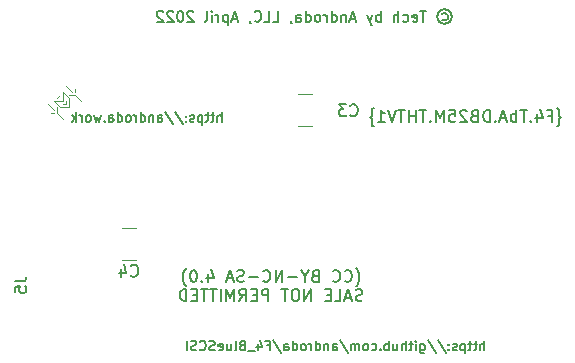
<source format=gbr>
%TF.GenerationSoftware,KiCad,Pcbnew,(6.0.2)*%
%TF.CreationDate,2022-04-06T14:17:41-06:00*%
%TF.ProjectId,DB25m_F4_THTV1,44423235-6d5f-4463-945f-54485456312e,rev?*%
%TF.SameCoordinates,Original*%
%TF.FileFunction,Legend,Bot*%
%TF.FilePolarity,Positive*%
%FSLAX46Y46*%
G04 Gerber Fmt 4.6, Leading zero omitted, Abs format (unit mm)*
G04 Created by KiCad (PCBNEW (6.0.2)) date 2022-04-06 14:17:41*
%MOMM*%
%LPD*%
G01*
G04 APERTURE LIST*
%ADD10C,0.150000*%
%ADD11C,0.120000*%
G04 APERTURE END LIST*
D10*
X145400476Y-83891904D02*
X145400476Y-83091904D01*
X145057619Y-83891904D02*
X145057619Y-83472857D01*
X145095714Y-83396666D01*
X145171904Y-83358571D01*
X145286190Y-83358571D01*
X145362380Y-83396666D01*
X145400476Y-83434761D01*
X144790952Y-83358571D02*
X144486190Y-83358571D01*
X144676666Y-83091904D02*
X144676666Y-83777619D01*
X144638571Y-83853809D01*
X144562380Y-83891904D01*
X144486190Y-83891904D01*
X144333809Y-83358571D02*
X144029047Y-83358571D01*
X144219523Y-83091904D02*
X144219523Y-83777619D01*
X144181428Y-83853809D01*
X144105238Y-83891904D01*
X144029047Y-83891904D01*
X143762380Y-83358571D02*
X143762380Y-84158571D01*
X143762380Y-83396666D02*
X143686190Y-83358571D01*
X143533809Y-83358571D01*
X143457619Y-83396666D01*
X143419523Y-83434761D01*
X143381428Y-83510952D01*
X143381428Y-83739523D01*
X143419523Y-83815714D01*
X143457619Y-83853809D01*
X143533809Y-83891904D01*
X143686190Y-83891904D01*
X143762380Y-83853809D01*
X143076666Y-83853809D02*
X143000476Y-83891904D01*
X142848095Y-83891904D01*
X142771904Y-83853809D01*
X142733809Y-83777619D01*
X142733809Y-83739523D01*
X142771904Y-83663333D01*
X142848095Y-83625238D01*
X142962380Y-83625238D01*
X143038571Y-83587142D01*
X143076666Y-83510952D01*
X143076666Y-83472857D01*
X143038571Y-83396666D01*
X142962380Y-83358571D01*
X142848095Y-83358571D01*
X142771904Y-83396666D01*
X142390952Y-83815714D02*
X142352857Y-83853809D01*
X142390952Y-83891904D01*
X142429047Y-83853809D01*
X142390952Y-83815714D01*
X142390952Y-83891904D01*
X142390952Y-83396666D02*
X142352857Y-83434761D01*
X142390952Y-83472857D01*
X142429047Y-83434761D01*
X142390952Y-83396666D01*
X142390952Y-83472857D01*
X141438571Y-83053809D02*
X142124285Y-84082380D01*
X140600476Y-83053809D02*
X141286190Y-84082380D01*
X139990952Y-83358571D02*
X139990952Y-84006190D01*
X140029047Y-84082380D01*
X140067142Y-84120476D01*
X140143333Y-84158571D01*
X140257619Y-84158571D01*
X140333809Y-84120476D01*
X139990952Y-83853809D02*
X140067142Y-83891904D01*
X140219523Y-83891904D01*
X140295714Y-83853809D01*
X140333809Y-83815714D01*
X140371904Y-83739523D01*
X140371904Y-83510952D01*
X140333809Y-83434761D01*
X140295714Y-83396666D01*
X140219523Y-83358571D01*
X140067142Y-83358571D01*
X139990952Y-83396666D01*
X139610000Y-83891904D02*
X139610000Y-83358571D01*
X139610000Y-83091904D02*
X139648095Y-83130000D01*
X139610000Y-83168095D01*
X139571904Y-83130000D01*
X139610000Y-83091904D01*
X139610000Y-83168095D01*
X139343333Y-83358571D02*
X139038571Y-83358571D01*
X139229047Y-83091904D02*
X139229047Y-83777619D01*
X139190952Y-83853809D01*
X139114761Y-83891904D01*
X139038571Y-83891904D01*
X138771904Y-83891904D02*
X138771904Y-83091904D01*
X138429047Y-83891904D02*
X138429047Y-83472857D01*
X138467142Y-83396666D01*
X138543333Y-83358571D01*
X138657619Y-83358571D01*
X138733809Y-83396666D01*
X138771904Y-83434761D01*
X137705238Y-83358571D02*
X137705238Y-83891904D01*
X138048095Y-83358571D02*
X138048095Y-83777619D01*
X138010000Y-83853809D01*
X137933809Y-83891904D01*
X137819523Y-83891904D01*
X137743333Y-83853809D01*
X137705238Y-83815714D01*
X137324285Y-83891904D02*
X137324285Y-83091904D01*
X137324285Y-83396666D02*
X137248095Y-83358571D01*
X137095714Y-83358571D01*
X137019523Y-83396666D01*
X136981428Y-83434761D01*
X136943333Y-83510952D01*
X136943333Y-83739523D01*
X136981428Y-83815714D01*
X137019523Y-83853809D01*
X137095714Y-83891904D01*
X137248095Y-83891904D01*
X137324285Y-83853809D01*
X136600476Y-83815714D02*
X136562380Y-83853809D01*
X136600476Y-83891904D01*
X136638571Y-83853809D01*
X136600476Y-83815714D01*
X136600476Y-83891904D01*
X135876666Y-83853809D02*
X135952857Y-83891904D01*
X136105238Y-83891904D01*
X136181428Y-83853809D01*
X136219523Y-83815714D01*
X136257619Y-83739523D01*
X136257619Y-83510952D01*
X136219523Y-83434761D01*
X136181428Y-83396666D01*
X136105238Y-83358571D01*
X135952857Y-83358571D01*
X135876666Y-83396666D01*
X135419523Y-83891904D02*
X135495714Y-83853809D01*
X135533809Y-83815714D01*
X135571904Y-83739523D01*
X135571904Y-83510952D01*
X135533809Y-83434761D01*
X135495714Y-83396666D01*
X135419523Y-83358571D01*
X135305238Y-83358571D01*
X135229047Y-83396666D01*
X135190952Y-83434761D01*
X135152857Y-83510952D01*
X135152857Y-83739523D01*
X135190952Y-83815714D01*
X135229047Y-83853809D01*
X135305238Y-83891904D01*
X135419523Y-83891904D01*
X134810000Y-83891904D02*
X134810000Y-83358571D01*
X134810000Y-83434761D02*
X134771904Y-83396666D01*
X134695714Y-83358571D01*
X134581428Y-83358571D01*
X134505238Y-83396666D01*
X134467142Y-83472857D01*
X134467142Y-83891904D01*
X134467142Y-83472857D02*
X134429047Y-83396666D01*
X134352857Y-83358571D01*
X134238571Y-83358571D01*
X134162380Y-83396666D01*
X134124285Y-83472857D01*
X134124285Y-83891904D01*
X133171904Y-83053809D02*
X133857619Y-84082380D01*
X132562380Y-83891904D02*
X132562380Y-83472857D01*
X132600476Y-83396666D01*
X132676666Y-83358571D01*
X132829047Y-83358571D01*
X132905238Y-83396666D01*
X132562380Y-83853809D02*
X132638571Y-83891904D01*
X132829047Y-83891904D01*
X132905238Y-83853809D01*
X132943333Y-83777619D01*
X132943333Y-83701428D01*
X132905238Y-83625238D01*
X132829047Y-83587142D01*
X132638571Y-83587142D01*
X132562380Y-83549047D01*
X132181428Y-83358571D02*
X132181428Y-83891904D01*
X132181428Y-83434761D02*
X132143333Y-83396666D01*
X132067142Y-83358571D01*
X131952857Y-83358571D01*
X131876666Y-83396666D01*
X131838571Y-83472857D01*
X131838571Y-83891904D01*
X131114761Y-83891904D02*
X131114761Y-83091904D01*
X131114761Y-83853809D02*
X131190952Y-83891904D01*
X131343333Y-83891904D01*
X131419523Y-83853809D01*
X131457619Y-83815714D01*
X131495714Y-83739523D01*
X131495714Y-83510952D01*
X131457619Y-83434761D01*
X131419523Y-83396666D01*
X131343333Y-83358571D01*
X131190952Y-83358571D01*
X131114761Y-83396666D01*
X130733809Y-83891904D02*
X130733809Y-83358571D01*
X130733809Y-83510952D02*
X130695714Y-83434761D01*
X130657619Y-83396666D01*
X130581428Y-83358571D01*
X130505238Y-83358571D01*
X130124285Y-83891904D02*
X130200476Y-83853809D01*
X130238571Y-83815714D01*
X130276666Y-83739523D01*
X130276666Y-83510952D01*
X130238571Y-83434761D01*
X130200476Y-83396666D01*
X130124285Y-83358571D01*
X130010000Y-83358571D01*
X129933809Y-83396666D01*
X129895714Y-83434761D01*
X129857619Y-83510952D01*
X129857619Y-83739523D01*
X129895714Y-83815714D01*
X129933809Y-83853809D01*
X130010000Y-83891904D01*
X130124285Y-83891904D01*
X129171904Y-83891904D02*
X129171904Y-83091904D01*
X129171904Y-83853809D02*
X129248095Y-83891904D01*
X129400476Y-83891904D01*
X129476666Y-83853809D01*
X129514761Y-83815714D01*
X129552857Y-83739523D01*
X129552857Y-83510952D01*
X129514761Y-83434761D01*
X129476666Y-83396666D01*
X129400476Y-83358571D01*
X129248095Y-83358571D01*
X129171904Y-83396666D01*
X128448095Y-83891904D02*
X128448095Y-83472857D01*
X128486190Y-83396666D01*
X128562380Y-83358571D01*
X128714761Y-83358571D01*
X128790952Y-83396666D01*
X128448095Y-83853809D02*
X128524285Y-83891904D01*
X128714761Y-83891904D01*
X128790952Y-83853809D01*
X128829047Y-83777619D01*
X128829047Y-83701428D01*
X128790952Y-83625238D01*
X128714761Y-83587142D01*
X128524285Y-83587142D01*
X128448095Y-83549047D01*
X127495714Y-83053809D02*
X128181428Y-84082380D01*
X126962380Y-83472857D02*
X127229047Y-83472857D01*
X127229047Y-83891904D02*
X127229047Y-83091904D01*
X126848095Y-83091904D01*
X126200476Y-83358571D02*
X126200476Y-83891904D01*
X126390952Y-83053809D02*
X126581428Y-83625238D01*
X126086190Y-83625238D01*
X125971904Y-83968095D02*
X125362380Y-83968095D01*
X124905238Y-83472857D02*
X124790952Y-83510952D01*
X124752857Y-83549047D01*
X124714761Y-83625238D01*
X124714761Y-83739523D01*
X124752857Y-83815714D01*
X124790952Y-83853809D01*
X124867142Y-83891904D01*
X125171904Y-83891904D01*
X125171904Y-83091904D01*
X124905238Y-83091904D01*
X124829047Y-83130000D01*
X124790952Y-83168095D01*
X124752857Y-83244285D01*
X124752857Y-83320476D01*
X124790952Y-83396666D01*
X124829047Y-83434761D01*
X124905238Y-83472857D01*
X125171904Y-83472857D01*
X124257619Y-83891904D02*
X124333809Y-83853809D01*
X124371904Y-83777619D01*
X124371904Y-83091904D01*
X123610000Y-83358571D02*
X123610000Y-83891904D01*
X123952857Y-83358571D02*
X123952857Y-83777619D01*
X123914761Y-83853809D01*
X123838571Y-83891904D01*
X123724285Y-83891904D01*
X123648095Y-83853809D01*
X123610000Y-83815714D01*
X122924285Y-83853809D02*
X123000476Y-83891904D01*
X123152857Y-83891904D01*
X123229047Y-83853809D01*
X123267142Y-83777619D01*
X123267142Y-83472857D01*
X123229047Y-83396666D01*
X123152857Y-83358571D01*
X123000476Y-83358571D01*
X122924285Y-83396666D01*
X122886190Y-83472857D01*
X122886190Y-83549047D01*
X123267142Y-83625238D01*
X122581428Y-83853809D02*
X122467142Y-83891904D01*
X122276666Y-83891904D01*
X122200476Y-83853809D01*
X122162380Y-83815714D01*
X122124285Y-83739523D01*
X122124285Y-83663333D01*
X122162380Y-83587142D01*
X122200476Y-83549047D01*
X122276666Y-83510952D01*
X122429047Y-83472857D01*
X122505238Y-83434761D01*
X122543333Y-83396666D01*
X122581428Y-83320476D01*
X122581428Y-83244285D01*
X122543333Y-83168095D01*
X122505238Y-83130000D01*
X122429047Y-83091904D01*
X122238571Y-83091904D01*
X122124285Y-83130000D01*
X121324285Y-83815714D02*
X121362380Y-83853809D01*
X121476666Y-83891904D01*
X121552857Y-83891904D01*
X121667142Y-83853809D01*
X121743333Y-83777619D01*
X121781428Y-83701428D01*
X121819523Y-83549047D01*
X121819523Y-83434761D01*
X121781428Y-83282380D01*
X121743333Y-83206190D01*
X121667142Y-83130000D01*
X121552857Y-83091904D01*
X121476666Y-83091904D01*
X121362380Y-83130000D01*
X121324285Y-83168095D01*
X121019523Y-83853809D02*
X120905238Y-83891904D01*
X120714761Y-83891904D01*
X120638571Y-83853809D01*
X120600476Y-83815714D01*
X120562380Y-83739523D01*
X120562380Y-83663333D01*
X120600476Y-83587142D01*
X120638571Y-83549047D01*
X120714761Y-83510952D01*
X120867142Y-83472857D01*
X120943333Y-83434761D01*
X120981428Y-83396666D01*
X121019523Y-83320476D01*
X121019523Y-83244285D01*
X120981428Y-83168095D01*
X120943333Y-83130000D01*
X120867142Y-83091904D01*
X120676666Y-83091904D01*
X120562380Y-83130000D01*
X120219523Y-83891904D02*
X120219523Y-83091904D01*
X151528095Y-64923333D02*
X151575714Y-64923333D01*
X151670952Y-64875714D01*
X151718571Y-64780476D01*
X151718571Y-64304285D01*
X151766190Y-64209047D01*
X151861428Y-64161428D01*
X151766190Y-64113809D01*
X151718571Y-64018571D01*
X151718571Y-63542380D01*
X151670952Y-63447142D01*
X151575714Y-63399523D01*
X151528095Y-63399523D01*
X150813809Y-64018571D02*
X151147142Y-64018571D01*
X151147142Y-64542380D02*
X151147142Y-63542380D01*
X150670952Y-63542380D01*
X149861428Y-63875714D02*
X149861428Y-64542380D01*
X150099523Y-63494761D02*
X150337619Y-64209047D01*
X149718571Y-64209047D01*
X149337619Y-64447142D02*
X149290000Y-64494761D01*
X149337619Y-64542380D01*
X149385238Y-64494761D01*
X149337619Y-64447142D01*
X149337619Y-64542380D01*
X149004285Y-63542380D02*
X148432857Y-63542380D01*
X148718571Y-64542380D02*
X148718571Y-63542380D01*
X148099523Y-64542380D02*
X148099523Y-63542380D01*
X148099523Y-63923333D02*
X148004285Y-63875714D01*
X147813809Y-63875714D01*
X147718571Y-63923333D01*
X147670952Y-63970952D01*
X147623333Y-64066190D01*
X147623333Y-64351904D01*
X147670952Y-64447142D01*
X147718571Y-64494761D01*
X147813809Y-64542380D01*
X148004285Y-64542380D01*
X148099523Y-64494761D01*
X147242380Y-64256666D02*
X146766190Y-64256666D01*
X147337619Y-64542380D02*
X147004285Y-63542380D01*
X146670952Y-64542380D01*
X146337619Y-64447142D02*
X146290000Y-64494761D01*
X146337619Y-64542380D01*
X146385238Y-64494761D01*
X146337619Y-64447142D01*
X146337619Y-64542380D01*
X145861428Y-64542380D02*
X145861428Y-63542380D01*
X145623333Y-63542380D01*
X145480476Y-63590000D01*
X145385238Y-63685238D01*
X145337619Y-63780476D01*
X145290000Y-63970952D01*
X145290000Y-64113809D01*
X145337619Y-64304285D01*
X145385238Y-64399523D01*
X145480476Y-64494761D01*
X145623333Y-64542380D01*
X145861428Y-64542380D01*
X144528095Y-64018571D02*
X144385238Y-64066190D01*
X144337619Y-64113809D01*
X144290000Y-64209047D01*
X144290000Y-64351904D01*
X144337619Y-64447142D01*
X144385238Y-64494761D01*
X144480476Y-64542380D01*
X144861428Y-64542380D01*
X144861428Y-63542380D01*
X144528095Y-63542380D01*
X144432857Y-63590000D01*
X144385238Y-63637619D01*
X144337619Y-63732857D01*
X144337619Y-63828095D01*
X144385238Y-63923333D01*
X144432857Y-63970952D01*
X144528095Y-64018571D01*
X144861428Y-64018571D01*
X143909047Y-63637619D02*
X143861428Y-63590000D01*
X143766190Y-63542380D01*
X143528095Y-63542380D01*
X143432857Y-63590000D01*
X143385238Y-63637619D01*
X143337619Y-63732857D01*
X143337619Y-63828095D01*
X143385238Y-63970952D01*
X143956666Y-64542380D01*
X143337619Y-64542380D01*
X142432857Y-63542380D02*
X142909047Y-63542380D01*
X142956666Y-64018571D01*
X142909047Y-63970952D01*
X142813809Y-63923333D01*
X142575714Y-63923333D01*
X142480476Y-63970952D01*
X142432857Y-64018571D01*
X142385238Y-64113809D01*
X142385238Y-64351904D01*
X142432857Y-64447142D01*
X142480476Y-64494761D01*
X142575714Y-64542380D01*
X142813809Y-64542380D01*
X142909047Y-64494761D01*
X142956666Y-64447142D01*
X141956666Y-64542380D02*
X141956666Y-63542380D01*
X141623333Y-64256666D01*
X141290000Y-63542380D01*
X141290000Y-64542380D01*
X140813809Y-64447142D02*
X140766190Y-64494761D01*
X140813809Y-64542380D01*
X140861428Y-64494761D01*
X140813809Y-64447142D01*
X140813809Y-64542380D01*
X140480476Y-63542380D02*
X139909047Y-63542380D01*
X140194761Y-64542380D02*
X140194761Y-63542380D01*
X139575714Y-64542380D02*
X139575714Y-63542380D01*
X139575714Y-64018571D02*
X139004285Y-64018571D01*
X139004285Y-64542380D02*
X139004285Y-63542380D01*
X138670952Y-63542380D02*
X138099523Y-63542380D01*
X138385238Y-64542380D02*
X138385238Y-63542380D01*
X137909047Y-63542380D02*
X137575714Y-64542380D01*
X137242380Y-63542380D01*
X136385238Y-64542380D02*
X136956666Y-64542380D01*
X136670952Y-64542380D02*
X136670952Y-63542380D01*
X136766190Y-63685238D01*
X136861428Y-63780476D01*
X136956666Y-63828095D01*
X136051904Y-64923333D02*
X136004285Y-64923333D01*
X135909047Y-64875714D01*
X135861428Y-64780476D01*
X135861428Y-64304285D01*
X135813809Y-64209047D01*
X135718571Y-64161428D01*
X135813809Y-64113809D01*
X135861428Y-64018571D01*
X135861428Y-63542380D01*
X135909047Y-63447142D01*
X136004285Y-63399523D01*
X136051904Y-63399523D01*
X134530476Y-78478333D02*
X134578095Y-78430714D01*
X134673333Y-78287857D01*
X134720952Y-78192619D01*
X134768571Y-78049761D01*
X134816190Y-77811666D01*
X134816190Y-77621190D01*
X134768571Y-77383095D01*
X134720952Y-77240238D01*
X134673333Y-77145000D01*
X134578095Y-77002142D01*
X134530476Y-76954523D01*
X133578095Y-78002142D02*
X133625714Y-78049761D01*
X133768571Y-78097380D01*
X133863809Y-78097380D01*
X134006666Y-78049761D01*
X134101904Y-77954523D01*
X134149523Y-77859285D01*
X134197142Y-77668809D01*
X134197142Y-77525952D01*
X134149523Y-77335476D01*
X134101904Y-77240238D01*
X134006666Y-77145000D01*
X133863809Y-77097380D01*
X133768571Y-77097380D01*
X133625714Y-77145000D01*
X133578095Y-77192619D01*
X132578095Y-78002142D02*
X132625714Y-78049761D01*
X132768571Y-78097380D01*
X132863809Y-78097380D01*
X133006666Y-78049761D01*
X133101904Y-77954523D01*
X133149523Y-77859285D01*
X133197142Y-77668809D01*
X133197142Y-77525952D01*
X133149523Y-77335476D01*
X133101904Y-77240238D01*
X133006666Y-77145000D01*
X132863809Y-77097380D01*
X132768571Y-77097380D01*
X132625714Y-77145000D01*
X132578095Y-77192619D01*
X131054285Y-77573571D02*
X130911428Y-77621190D01*
X130863809Y-77668809D01*
X130816190Y-77764047D01*
X130816190Y-77906904D01*
X130863809Y-78002142D01*
X130911428Y-78049761D01*
X131006666Y-78097380D01*
X131387619Y-78097380D01*
X131387619Y-77097380D01*
X131054285Y-77097380D01*
X130959047Y-77145000D01*
X130911428Y-77192619D01*
X130863809Y-77287857D01*
X130863809Y-77383095D01*
X130911428Y-77478333D01*
X130959047Y-77525952D01*
X131054285Y-77573571D01*
X131387619Y-77573571D01*
X130197142Y-77621190D02*
X130197142Y-78097380D01*
X130530476Y-77097380D02*
X130197142Y-77621190D01*
X129863809Y-77097380D01*
X129530476Y-77716428D02*
X128768571Y-77716428D01*
X128292380Y-78097380D02*
X128292380Y-77097380D01*
X127720952Y-78097380D01*
X127720952Y-77097380D01*
X126673333Y-78002142D02*
X126720952Y-78049761D01*
X126863809Y-78097380D01*
X126959047Y-78097380D01*
X127101904Y-78049761D01*
X127197142Y-77954523D01*
X127244761Y-77859285D01*
X127292380Y-77668809D01*
X127292380Y-77525952D01*
X127244761Y-77335476D01*
X127197142Y-77240238D01*
X127101904Y-77145000D01*
X126959047Y-77097380D01*
X126863809Y-77097380D01*
X126720952Y-77145000D01*
X126673333Y-77192619D01*
X126244761Y-77716428D02*
X125482857Y-77716428D01*
X125054285Y-78049761D02*
X124911428Y-78097380D01*
X124673333Y-78097380D01*
X124578095Y-78049761D01*
X124530476Y-78002142D01*
X124482857Y-77906904D01*
X124482857Y-77811666D01*
X124530476Y-77716428D01*
X124578095Y-77668809D01*
X124673333Y-77621190D01*
X124863809Y-77573571D01*
X124959047Y-77525952D01*
X125006666Y-77478333D01*
X125054285Y-77383095D01*
X125054285Y-77287857D01*
X125006666Y-77192619D01*
X124959047Y-77145000D01*
X124863809Y-77097380D01*
X124625714Y-77097380D01*
X124482857Y-77145000D01*
X124101904Y-77811666D02*
X123625714Y-77811666D01*
X124197142Y-78097380D02*
X123863809Y-77097380D01*
X123530476Y-78097380D01*
X122006666Y-77430714D02*
X122006666Y-78097380D01*
X122244761Y-77049761D02*
X122482857Y-77764047D01*
X121863809Y-77764047D01*
X121482857Y-78002142D02*
X121435238Y-78049761D01*
X121482857Y-78097380D01*
X121530476Y-78049761D01*
X121482857Y-78002142D01*
X121482857Y-78097380D01*
X120816190Y-77097380D02*
X120720952Y-77097380D01*
X120625714Y-77145000D01*
X120578095Y-77192619D01*
X120530476Y-77287857D01*
X120482857Y-77478333D01*
X120482857Y-77716428D01*
X120530476Y-77906904D01*
X120578095Y-78002142D01*
X120625714Y-78049761D01*
X120720952Y-78097380D01*
X120816190Y-78097380D01*
X120911428Y-78049761D01*
X120959047Y-78002142D01*
X121006666Y-77906904D01*
X121054285Y-77716428D01*
X121054285Y-77478333D01*
X121006666Y-77287857D01*
X120959047Y-77192619D01*
X120911428Y-77145000D01*
X120816190Y-77097380D01*
X120149523Y-78478333D02*
X120101904Y-78430714D01*
X120006666Y-78287857D01*
X119959047Y-78192619D01*
X119911428Y-78049761D01*
X119863809Y-77811666D01*
X119863809Y-77621190D01*
X119911428Y-77383095D01*
X119959047Y-77240238D01*
X120006666Y-77145000D01*
X120101904Y-77002142D01*
X120149523Y-76954523D01*
X135078095Y-79659761D02*
X134935238Y-79707380D01*
X134697142Y-79707380D01*
X134601904Y-79659761D01*
X134554285Y-79612142D01*
X134506666Y-79516904D01*
X134506666Y-79421666D01*
X134554285Y-79326428D01*
X134601904Y-79278809D01*
X134697142Y-79231190D01*
X134887619Y-79183571D01*
X134982857Y-79135952D01*
X135030476Y-79088333D01*
X135078095Y-78993095D01*
X135078095Y-78897857D01*
X135030476Y-78802619D01*
X134982857Y-78755000D01*
X134887619Y-78707380D01*
X134649523Y-78707380D01*
X134506666Y-78755000D01*
X134125714Y-79421666D02*
X133649523Y-79421666D01*
X134220952Y-79707380D02*
X133887619Y-78707380D01*
X133554285Y-79707380D01*
X132744761Y-79707380D02*
X133220952Y-79707380D01*
X133220952Y-78707380D01*
X132411428Y-79183571D02*
X132078095Y-79183571D01*
X131935238Y-79707380D02*
X132411428Y-79707380D01*
X132411428Y-78707380D01*
X131935238Y-78707380D01*
X130744761Y-79707380D02*
X130744761Y-78707380D01*
X130173333Y-79707380D01*
X130173333Y-78707380D01*
X129506666Y-78707380D02*
X129316190Y-78707380D01*
X129220952Y-78755000D01*
X129125714Y-78850238D01*
X129078095Y-79040714D01*
X129078095Y-79374047D01*
X129125714Y-79564523D01*
X129220952Y-79659761D01*
X129316190Y-79707380D01*
X129506666Y-79707380D01*
X129601904Y-79659761D01*
X129697142Y-79564523D01*
X129744761Y-79374047D01*
X129744761Y-79040714D01*
X129697142Y-78850238D01*
X129601904Y-78755000D01*
X129506666Y-78707380D01*
X128792380Y-78707380D02*
X128220952Y-78707380D01*
X128506666Y-79707380D02*
X128506666Y-78707380D01*
X127125714Y-79707380D02*
X127125714Y-78707380D01*
X126744761Y-78707380D01*
X126649523Y-78755000D01*
X126601904Y-78802619D01*
X126554285Y-78897857D01*
X126554285Y-79040714D01*
X126601904Y-79135952D01*
X126649523Y-79183571D01*
X126744761Y-79231190D01*
X127125714Y-79231190D01*
X126125714Y-79183571D02*
X125792380Y-79183571D01*
X125649523Y-79707380D02*
X126125714Y-79707380D01*
X126125714Y-78707380D01*
X125649523Y-78707380D01*
X124649523Y-79707380D02*
X124982857Y-79231190D01*
X125220952Y-79707380D02*
X125220952Y-78707380D01*
X124840000Y-78707380D01*
X124744761Y-78755000D01*
X124697142Y-78802619D01*
X124649523Y-78897857D01*
X124649523Y-79040714D01*
X124697142Y-79135952D01*
X124744761Y-79183571D01*
X124840000Y-79231190D01*
X125220952Y-79231190D01*
X124220952Y-79707380D02*
X124220952Y-78707380D01*
X123887619Y-79421666D01*
X123554285Y-78707380D01*
X123554285Y-79707380D01*
X123078095Y-79707380D02*
X123078095Y-78707380D01*
X122744761Y-78707380D02*
X122173333Y-78707380D01*
X122459047Y-79707380D02*
X122459047Y-78707380D01*
X121982857Y-78707380D02*
X121411428Y-78707380D01*
X121697142Y-79707380D02*
X121697142Y-78707380D01*
X121078095Y-79183571D02*
X120744761Y-79183571D01*
X120601904Y-79707380D02*
X121078095Y-79707380D01*
X121078095Y-78707380D01*
X120601904Y-78707380D01*
X120173333Y-79707380D02*
X120173333Y-78707380D01*
X119935238Y-78707380D01*
X119792380Y-78755000D01*
X119697142Y-78850238D01*
X119649523Y-78945476D01*
X119601904Y-79135952D01*
X119601904Y-79278809D01*
X119649523Y-79469285D01*
X119697142Y-79564523D01*
X119792380Y-79659761D01*
X119935238Y-79707380D01*
X120173333Y-79707380D01*
X141854680Y-55375368D02*
X141940394Y-55332511D01*
X142111822Y-55332511D01*
X142197537Y-55375368D01*
X142283251Y-55461082D01*
X142326108Y-55546797D01*
X142326108Y-55718225D01*
X142283251Y-55803940D01*
X142197537Y-55889654D01*
X142111822Y-55932511D01*
X141940394Y-55932511D01*
X141854680Y-55889654D01*
X142026108Y-55032511D02*
X142240394Y-55075368D01*
X142454680Y-55203940D01*
X142583251Y-55418225D01*
X142626108Y-55632511D01*
X142583251Y-55846797D01*
X142454680Y-56061082D01*
X142240394Y-56189654D01*
X142026108Y-56232511D01*
X141811822Y-56189654D01*
X141597537Y-56061082D01*
X141468965Y-55846797D01*
X141426108Y-55632511D01*
X141468965Y-55418225D01*
X141597537Y-55203940D01*
X141811822Y-55075368D01*
X142026108Y-55032511D01*
X140483251Y-55161082D02*
X139968965Y-55161082D01*
X140226108Y-56061082D02*
X140226108Y-55161082D01*
X139326108Y-56018225D02*
X139411822Y-56061082D01*
X139583251Y-56061082D01*
X139668965Y-56018225D01*
X139711822Y-55932511D01*
X139711822Y-55589654D01*
X139668965Y-55503940D01*
X139583251Y-55461082D01*
X139411822Y-55461082D01*
X139326108Y-55503940D01*
X139283251Y-55589654D01*
X139283251Y-55675368D01*
X139711822Y-55761082D01*
X138511822Y-56018225D02*
X138597537Y-56061082D01*
X138768965Y-56061082D01*
X138854680Y-56018225D01*
X138897537Y-55975368D01*
X138940394Y-55889654D01*
X138940394Y-55632511D01*
X138897537Y-55546797D01*
X138854680Y-55503940D01*
X138768965Y-55461082D01*
X138597537Y-55461082D01*
X138511822Y-55503940D01*
X138126108Y-56061082D02*
X138126108Y-55161082D01*
X137740394Y-56061082D02*
X137740394Y-55589654D01*
X137783251Y-55503940D01*
X137868965Y-55461082D01*
X137997537Y-55461082D01*
X138083251Y-55503940D01*
X138126108Y-55546797D01*
X136626108Y-56061082D02*
X136626108Y-55161082D01*
X136626108Y-55503940D02*
X136540394Y-55461082D01*
X136368965Y-55461082D01*
X136283251Y-55503940D01*
X136240394Y-55546797D01*
X136197537Y-55632511D01*
X136197537Y-55889654D01*
X136240394Y-55975368D01*
X136283251Y-56018225D01*
X136368965Y-56061082D01*
X136540394Y-56061082D01*
X136626108Y-56018225D01*
X135897537Y-55461082D02*
X135683251Y-56061082D01*
X135468965Y-55461082D02*
X135683251Y-56061082D01*
X135768965Y-56275368D01*
X135811822Y-56318225D01*
X135897537Y-56361082D01*
X134483251Y-55803940D02*
X134054680Y-55803940D01*
X134568965Y-56061082D02*
X134268965Y-55161082D01*
X133968965Y-56061082D01*
X133668965Y-55461082D02*
X133668965Y-56061082D01*
X133668965Y-55546797D02*
X133626108Y-55503940D01*
X133540394Y-55461082D01*
X133411822Y-55461082D01*
X133326108Y-55503940D01*
X133283251Y-55589654D01*
X133283251Y-56061082D01*
X132468965Y-56061082D02*
X132468965Y-55161082D01*
X132468965Y-56018225D02*
X132554680Y-56061082D01*
X132726108Y-56061082D01*
X132811822Y-56018225D01*
X132854680Y-55975368D01*
X132897537Y-55889654D01*
X132897537Y-55632511D01*
X132854680Y-55546797D01*
X132811822Y-55503940D01*
X132726108Y-55461082D01*
X132554680Y-55461082D01*
X132468965Y-55503940D01*
X132040394Y-56061082D02*
X132040394Y-55461082D01*
X132040394Y-55632511D02*
X131997537Y-55546797D01*
X131954680Y-55503940D01*
X131868965Y-55461082D01*
X131783251Y-55461082D01*
X131354680Y-56061082D02*
X131440394Y-56018225D01*
X131483251Y-55975368D01*
X131526108Y-55889654D01*
X131526108Y-55632511D01*
X131483251Y-55546797D01*
X131440394Y-55503940D01*
X131354680Y-55461082D01*
X131226108Y-55461082D01*
X131140394Y-55503940D01*
X131097537Y-55546797D01*
X131054680Y-55632511D01*
X131054680Y-55889654D01*
X131097537Y-55975368D01*
X131140394Y-56018225D01*
X131226108Y-56061082D01*
X131354680Y-56061082D01*
X130283251Y-56061082D02*
X130283251Y-55161082D01*
X130283251Y-56018225D02*
X130368965Y-56061082D01*
X130540394Y-56061082D01*
X130626108Y-56018225D01*
X130668965Y-55975368D01*
X130711822Y-55889654D01*
X130711822Y-55632511D01*
X130668965Y-55546797D01*
X130626108Y-55503940D01*
X130540394Y-55461082D01*
X130368965Y-55461082D01*
X130283251Y-55503940D01*
X129468965Y-56061082D02*
X129468965Y-55589654D01*
X129511822Y-55503940D01*
X129597537Y-55461082D01*
X129768965Y-55461082D01*
X129854680Y-55503940D01*
X129468965Y-56018225D02*
X129554680Y-56061082D01*
X129768965Y-56061082D01*
X129854680Y-56018225D01*
X129897537Y-55932511D01*
X129897537Y-55846797D01*
X129854680Y-55761082D01*
X129768965Y-55718225D01*
X129554680Y-55718225D01*
X129468965Y-55675368D01*
X128997537Y-56018225D02*
X128997537Y-56061082D01*
X129040394Y-56146797D01*
X129083251Y-56189654D01*
X127497537Y-56061082D02*
X127926108Y-56061082D01*
X127926108Y-55161082D01*
X126768965Y-56061082D02*
X127197537Y-56061082D01*
X127197537Y-55161082D01*
X125954679Y-55975368D02*
X125997537Y-56018225D01*
X126126108Y-56061082D01*
X126211822Y-56061082D01*
X126340394Y-56018225D01*
X126426108Y-55932511D01*
X126468965Y-55846797D01*
X126511822Y-55675368D01*
X126511822Y-55546797D01*
X126468965Y-55375368D01*
X126426108Y-55289654D01*
X126340394Y-55203940D01*
X126211822Y-55161082D01*
X126126108Y-55161082D01*
X125997537Y-55203940D01*
X125954679Y-55246797D01*
X125526108Y-56018225D02*
X125526108Y-56061082D01*
X125568965Y-56146797D01*
X125611822Y-56189654D01*
X124497537Y-55803940D02*
X124068965Y-55803940D01*
X124583251Y-56061082D02*
X124283251Y-55161082D01*
X123983251Y-56061082D01*
X123683251Y-55461082D02*
X123683251Y-56361082D01*
X123683251Y-55503940D02*
X123597537Y-55461082D01*
X123426108Y-55461082D01*
X123340394Y-55503940D01*
X123297537Y-55546797D01*
X123254679Y-55632511D01*
X123254679Y-55889654D01*
X123297537Y-55975368D01*
X123340394Y-56018225D01*
X123426108Y-56061082D01*
X123597537Y-56061082D01*
X123683251Y-56018225D01*
X122868965Y-56061082D02*
X122868965Y-55461082D01*
X122868965Y-55632511D02*
X122826108Y-55546797D01*
X122783251Y-55503940D01*
X122697537Y-55461082D01*
X122611822Y-55461082D01*
X122311822Y-56061082D02*
X122311822Y-55461082D01*
X122311822Y-55161082D02*
X122354679Y-55203940D01*
X122311822Y-55246797D01*
X122268965Y-55203940D01*
X122311822Y-55161082D01*
X122311822Y-55246797D01*
X121754679Y-56061082D02*
X121840394Y-56018225D01*
X121883251Y-55932511D01*
X121883251Y-55161082D01*
X120768965Y-55246797D02*
X120726108Y-55203940D01*
X120640394Y-55161082D01*
X120426108Y-55161082D01*
X120340394Y-55203940D01*
X120297537Y-55246797D01*
X120254679Y-55332511D01*
X120254679Y-55418225D01*
X120297537Y-55546797D01*
X120811822Y-56061082D01*
X120254679Y-56061082D01*
X119697537Y-55161082D02*
X119611822Y-55161082D01*
X119526108Y-55203940D01*
X119483251Y-55246797D01*
X119440394Y-55332511D01*
X119397537Y-55503940D01*
X119397537Y-55718225D01*
X119440394Y-55889654D01*
X119483251Y-55975368D01*
X119526108Y-56018225D01*
X119611822Y-56061082D01*
X119697537Y-56061082D01*
X119783251Y-56018225D01*
X119826108Y-55975368D01*
X119868965Y-55889654D01*
X119911822Y-55718225D01*
X119911822Y-55503940D01*
X119868965Y-55332511D01*
X119826108Y-55246797D01*
X119783251Y-55203940D01*
X119697537Y-55161082D01*
X119054679Y-55246797D02*
X119011822Y-55203940D01*
X118926108Y-55161082D01*
X118711822Y-55161082D01*
X118626108Y-55203940D01*
X118583251Y-55246797D01*
X118540394Y-55332511D01*
X118540394Y-55418225D01*
X118583251Y-55546797D01*
X119097537Y-56061082D01*
X118540394Y-56061082D01*
X118197537Y-55246797D02*
X118154679Y-55203940D01*
X118068965Y-55161082D01*
X117854679Y-55161082D01*
X117768965Y-55203940D01*
X117726108Y-55246797D01*
X117683251Y-55332511D01*
X117683251Y-55418225D01*
X117726108Y-55546797D01*
X118240394Y-56061082D01*
X117683251Y-56061082D01*
X123149841Y-64532464D02*
X123149841Y-63732464D01*
X122806984Y-64532464D02*
X122806984Y-64113417D01*
X122845080Y-64037226D01*
X122921270Y-63999131D01*
X123035556Y-63999131D01*
X123111746Y-64037226D01*
X123149841Y-64075321D01*
X122540318Y-63999131D02*
X122235556Y-63999131D01*
X122426032Y-63732464D02*
X122426032Y-64418179D01*
X122387937Y-64494369D01*
X122311746Y-64532464D01*
X122235556Y-64532464D01*
X122083175Y-63999131D02*
X121778413Y-63999131D01*
X121968889Y-63732464D02*
X121968889Y-64418179D01*
X121930794Y-64494369D01*
X121854603Y-64532464D01*
X121778413Y-64532464D01*
X121511746Y-63999131D02*
X121511746Y-64799131D01*
X121511746Y-64037226D02*
X121435556Y-63999131D01*
X121283175Y-63999131D01*
X121206984Y-64037226D01*
X121168889Y-64075321D01*
X121130794Y-64151512D01*
X121130794Y-64380083D01*
X121168889Y-64456274D01*
X121206984Y-64494369D01*
X121283175Y-64532464D01*
X121435556Y-64532464D01*
X121511746Y-64494369D01*
X120826032Y-64494369D02*
X120749841Y-64532464D01*
X120597460Y-64532464D01*
X120521270Y-64494369D01*
X120483175Y-64418179D01*
X120483175Y-64380083D01*
X120521270Y-64303893D01*
X120597460Y-64265798D01*
X120711746Y-64265798D01*
X120787937Y-64227702D01*
X120826032Y-64151512D01*
X120826032Y-64113417D01*
X120787937Y-64037226D01*
X120711746Y-63999131D01*
X120597460Y-63999131D01*
X120521270Y-64037226D01*
X120140318Y-64456274D02*
X120102222Y-64494369D01*
X120140318Y-64532464D01*
X120178413Y-64494369D01*
X120140318Y-64456274D01*
X120140318Y-64532464D01*
X120140318Y-64037226D02*
X120102222Y-64075321D01*
X120140318Y-64113417D01*
X120178413Y-64075321D01*
X120140318Y-64037226D01*
X120140318Y-64113417D01*
X119187937Y-63694369D02*
X119873651Y-64722940D01*
X118349841Y-63694369D02*
X119035556Y-64722940D01*
X117740318Y-64532464D02*
X117740318Y-64113417D01*
X117778413Y-64037226D01*
X117854603Y-63999131D01*
X118006984Y-63999131D01*
X118083175Y-64037226D01*
X117740318Y-64494369D02*
X117816508Y-64532464D01*
X118006984Y-64532464D01*
X118083175Y-64494369D01*
X118121270Y-64418179D01*
X118121270Y-64341988D01*
X118083175Y-64265798D01*
X118006984Y-64227702D01*
X117816508Y-64227702D01*
X117740318Y-64189607D01*
X117359365Y-63999131D02*
X117359365Y-64532464D01*
X117359365Y-64075321D02*
X117321270Y-64037226D01*
X117245080Y-63999131D01*
X117130794Y-63999131D01*
X117054603Y-64037226D01*
X117016508Y-64113417D01*
X117016508Y-64532464D01*
X116292699Y-64532464D02*
X116292699Y-63732464D01*
X116292699Y-64494369D02*
X116368889Y-64532464D01*
X116521270Y-64532464D01*
X116597460Y-64494369D01*
X116635556Y-64456274D01*
X116673651Y-64380083D01*
X116673651Y-64151512D01*
X116635556Y-64075321D01*
X116597460Y-64037226D01*
X116521270Y-63999131D01*
X116368889Y-63999131D01*
X116292699Y-64037226D01*
X115911746Y-64532464D02*
X115911746Y-63999131D01*
X115911746Y-64151512D02*
X115873651Y-64075321D01*
X115835556Y-64037226D01*
X115759365Y-63999131D01*
X115683175Y-63999131D01*
X115302222Y-64532464D02*
X115378413Y-64494369D01*
X115416508Y-64456274D01*
X115454603Y-64380083D01*
X115454603Y-64151512D01*
X115416508Y-64075321D01*
X115378413Y-64037226D01*
X115302222Y-63999131D01*
X115187937Y-63999131D01*
X115111746Y-64037226D01*
X115073651Y-64075321D01*
X115035556Y-64151512D01*
X115035556Y-64380083D01*
X115073651Y-64456274D01*
X115111746Y-64494369D01*
X115187937Y-64532464D01*
X115302222Y-64532464D01*
X114349841Y-64532464D02*
X114349841Y-63732464D01*
X114349841Y-64494369D02*
X114426032Y-64532464D01*
X114578413Y-64532464D01*
X114654603Y-64494369D01*
X114692699Y-64456274D01*
X114730794Y-64380083D01*
X114730794Y-64151512D01*
X114692699Y-64075321D01*
X114654603Y-64037226D01*
X114578413Y-63999131D01*
X114426032Y-63999131D01*
X114349841Y-64037226D01*
X113626032Y-64532464D02*
X113626032Y-64113417D01*
X113664127Y-64037226D01*
X113740318Y-63999131D01*
X113892699Y-63999131D01*
X113968889Y-64037226D01*
X113626032Y-64494369D02*
X113702222Y-64532464D01*
X113892699Y-64532464D01*
X113968889Y-64494369D01*
X114006984Y-64418179D01*
X114006984Y-64341988D01*
X113968889Y-64265798D01*
X113892699Y-64227702D01*
X113702222Y-64227702D01*
X113626032Y-64189607D01*
X113245080Y-64456274D02*
X113206984Y-64494369D01*
X113245080Y-64532464D01*
X113283175Y-64494369D01*
X113245080Y-64456274D01*
X113245080Y-64532464D01*
X112940318Y-63999131D02*
X112787937Y-64532464D01*
X112635556Y-64151512D01*
X112483175Y-64532464D01*
X112330794Y-63999131D01*
X111911746Y-64532464D02*
X111987937Y-64494369D01*
X112026032Y-64456274D01*
X112064127Y-64380083D01*
X112064127Y-64151512D01*
X112026032Y-64075321D01*
X111987937Y-64037226D01*
X111911746Y-63999131D01*
X111797460Y-63999131D01*
X111721270Y-64037226D01*
X111683175Y-64075321D01*
X111645080Y-64151512D01*
X111645080Y-64380083D01*
X111683175Y-64456274D01*
X111721270Y-64494369D01*
X111797460Y-64532464D01*
X111911746Y-64532464D01*
X111302222Y-64532464D02*
X111302222Y-63999131D01*
X111302222Y-64151512D02*
X111264127Y-64075321D01*
X111226032Y-64037226D01*
X111149841Y-63999131D01*
X111073651Y-63999131D01*
X110806984Y-64532464D02*
X110806984Y-63732464D01*
X110730794Y-64227702D02*
X110502222Y-64532464D01*
X110502222Y-63999131D02*
X110806984Y-64303893D01*
%TO.C,C3*%
X134057686Y-63973982D02*
X134105305Y-64021601D01*
X134248162Y-64069220D01*
X134343400Y-64069220D01*
X134486258Y-64021601D01*
X134581496Y-63926363D01*
X134629115Y-63831125D01*
X134676734Y-63640649D01*
X134676734Y-63497792D01*
X134629115Y-63307316D01*
X134581496Y-63212078D01*
X134486258Y-63116840D01*
X134343400Y-63069220D01*
X134248162Y-63069220D01*
X134105305Y-63116840D01*
X134057686Y-63164459D01*
X133724353Y-63069220D02*
X133105305Y-63069220D01*
X133438639Y-63450173D01*
X133295781Y-63450173D01*
X133200543Y-63497792D01*
X133152924Y-63545411D01*
X133105305Y-63640649D01*
X133105305Y-63878744D01*
X133152924Y-63973982D01*
X133200543Y-64021601D01*
X133295781Y-64069220D01*
X133581496Y-64069220D01*
X133676734Y-64021601D01*
X133724353Y-63973982D01*
%TO.C,J5*%
X105629240Y-78033066D02*
X106343526Y-78033066D01*
X106486383Y-77985447D01*
X106581621Y-77890209D01*
X106629240Y-77747352D01*
X106629240Y-77652114D01*
X105629240Y-78985447D02*
X105629240Y-78509257D01*
X106105431Y-78461638D01*
X106057812Y-78509257D01*
X106010193Y-78604495D01*
X106010193Y-78842590D01*
X106057812Y-78937828D01*
X106105431Y-78985447D01*
X106200669Y-79033066D01*
X106438764Y-79033066D01*
X106534002Y-78985447D01*
X106581621Y-78937828D01*
X106629240Y-78842590D01*
X106629240Y-78604495D01*
X106581621Y-78509257D01*
X106534002Y-78461638D01*
%TO.C,C4*%
X115475986Y-77551902D02*
X115523605Y-77599521D01*
X115666462Y-77647140D01*
X115761700Y-77647140D01*
X115904558Y-77599521D01*
X115999796Y-77504283D01*
X116047415Y-77409045D01*
X116095034Y-77218569D01*
X116095034Y-77075712D01*
X116047415Y-76885236D01*
X115999796Y-76789998D01*
X115904558Y-76694760D01*
X115761700Y-76647140D01*
X115666462Y-76647140D01*
X115523605Y-76694760D01*
X115475986Y-76742379D01*
X114618843Y-76980474D02*
X114618843Y-77647140D01*
X114856939Y-76599521D02*
X115095034Y-77313807D01*
X114475986Y-77313807D01*
D11*
%TO.C,C3*%
X130798324Y-64938740D02*
X129594196Y-64938740D01*
X130798324Y-62218740D02*
X129594196Y-62218740D01*
%TO.C,REF\u002A\u002A*%
X109481620Y-63276480D02*
X108973620Y-62768480D01*
X110751620Y-62006480D02*
X110751620Y-61752480D01*
X109735620Y-62006480D02*
X109735620Y-62768480D01*
X109735620Y-62768480D02*
X108973620Y-62768480D01*
X109989620Y-63022480D02*
X109735620Y-63022480D01*
X110243620Y-62514480D02*
X109735620Y-62006480D01*
X109227620Y-63784480D02*
X109735620Y-64292480D01*
X110243620Y-63276480D02*
X110243620Y-62514480D01*
X110243620Y-62260480D02*
X110751620Y-62260480D01*
X110751620Y-62260480D02*
X111259620Y-62768480D01*
X108973620Y-63530480D02*
X108465620Y-63022480D01*
X109227620Y-63276480D02*
X109227620Y-63784480D01*
X110497620Y-62006480D02*
X109989620Y-61498480D01*
X109989620Y-62768480D02*
X109989620Y-63022480D01*
X109481620Y-63276480D02*
X110243620Y-63276480D01*
X108973620Y-63784480D02*
X108719620Y-63784480D01*
X109227620Y-62514480D02*
X109481620Y-62260480D01*
%TO.C,C4*%
X114707256Y-76274760D02*
X115911384Y-76274760D01*
X114707256Y-73554760D02*
X115911384Y-73554760D01*
%TD*%
M02*

</source>
